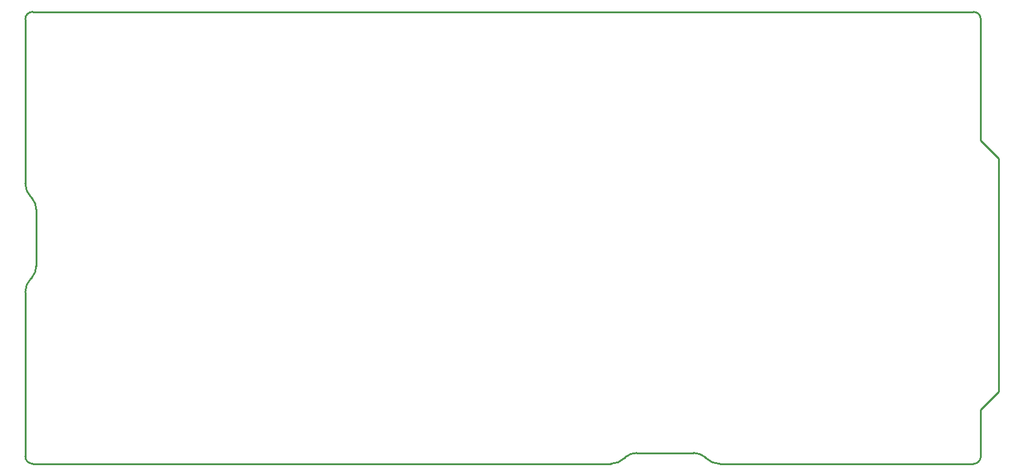
<source format=gm1>
G04*
G04 #@! TF.GenerationSoftware,Altium Limited,Altium Designer,21.0.9 (235)*
G04*
G04 Layer_Color=16711935*
%FSLAX24Y24*%
%MOIN*%
G70*
G04*
G04 #@! TF.SameCoordinates,03FFB426-F04E-41D0-9F73-41BCBE92060F*
G04*
G04*
G04 #@! TF.FilePolarity,Positive*
G04*
G01*
G75*
%ADD14C,0.0100*%
D14*
X37509Y-12121D02*
G03*
X36901Y-11900I-607J-724D01*
G01*
X33752D02*
G03*
X33144Y-12121I0J-945D01*
G01*
X37574Y-12187D02*
G03*
X38331Y-12500I756J756D01*
G01*
X32322D02*
G03*
X33079Y-12187I0J1069D01*
G01*
X0Y3004D02*
G03*
X313Y2248I1069J0D01*
G01*
Y-2248D02*
G03*
X0Y-3004I756J-756D01*
G01*
X600Y1575D02*
G03*
X379Y2182I-945J0D01*
G01*
Y-2182D02*
G03*
X600Y-1575I-724J607D01*
G01*
X400Y12500D02*
G03*
X0Y12100I0J-400D01*
G01*
Y-12100D02*
G03*
X400Y-12500I400J0D01*
G01*
X52350Y-12500D02*
G03*
X52750Y-12100I0J400D01*
G01*
Y12100D02*
G03*
X52350Y12500I-400J0D01*
G01*
X33752Y-11900D02*
X36901D01*
X37509Y-12121D02*
X37574Y-12187D01*
X33079D02*
X33144Y-12121D01*
X313Y2248D02*
X379Y2182D01*
X313Y-2248D02*
X379Y-2182D01*
X600Y-1575D02*
Y1575D01*
X0Y3004D02*
Y12100D01*
Y-12100D02*
Y-3004D01*
X38331Y-12500D02*
X52350Y-12500D01*
X400Y-12500D02*
X32322Y-12500D01*
X52750Y5400D02*
Y12100D01*
Y-12100D02*
Y-9500D01*
X53750Y-8500D01*
Y4400D01*
X52750Y5400D02*
X53750Y4400D01*
X400Y12500D02*
X52350D01*
M02*

</source>
